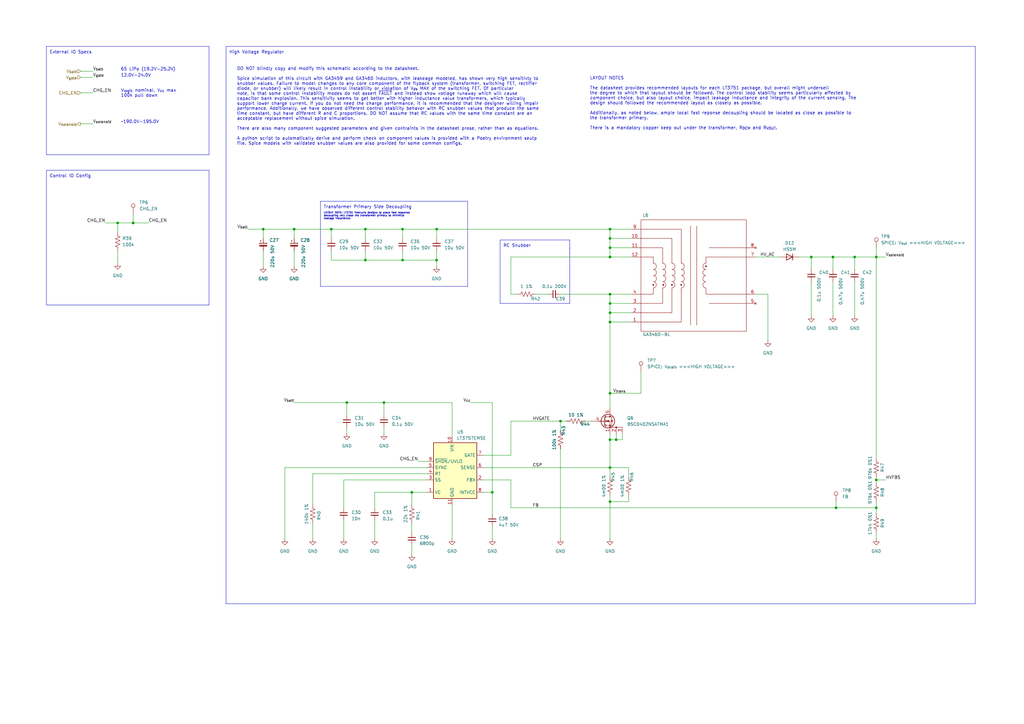
<source format=kicad_sch>
(kicad_sch (version 20230121) (generator eeschema)
  (paper "A3")
  (title_block (title "Kicker Board") (date "2023-02-03") (rev "v1.0.0") (company "A-Team") (comment 1 "Author: W. Stuckey"))
  (lib_symbols
    (symbol "AT-Inductors:GA3460-BL"
      (property "Reference" "L" (at 0 -25.4 0))
      (property "Value" "GA3460-BL" (at 0 25.4 0))
      (symbol "GA3460-BL_0_1"
        (rectangle (start -21.59 22.86) (end 21.59 -22.86) (stroke (width 0.1524)))
        (arc (start -16.51 -5.08) (mid -15.2558 -3.81) (end -16.51 -2.54) (stroke (width 0.1524)))
        (circle (center -16.51 3.81) (radius 0.254) (stroke (width 0.1524)) (fill (type outline)))
        (arc (start -16.4198 -2.54) (mid -15.2368 -1.27) (end -16.4198 0) (stroke (width 0.1524)))
        (arc (start -16.3296 2.54) (mid -15.2979 3.8897) (end -16.51 5.08) (stroke (width 0.1524)))
        (arc (start -16.2619 0.0112) (mid -15.2302 1.3609) (end -16.4423 2.5512) (stroke (width 0.1524)))
        (arc (start -12.6841 -5.08) (mid -11.4299 -3.81) (end -12.6841 -2.54) (stroke (width 0.1524)))
        (arc (start -12.5939 -2.54) (mid -11.4109 -1.27) (end -12.5939 0) (stroke (width 0.1524)))
        (arc (start -12.5196 2.54) (mid -11.4184 3.8946) (end -12.7 5.08) (stroke (width 0.1524)))
        (arc (start -12.4519 0.0112) (mid -11.4202 1.3609) (end -12.6323 2.5512) (stroke (width 0.1524)))
        (circle (center -12.446 3.81) (radius 0.254) (stroke (width 0.1524)) (fill (type outline)))
        (circle (center -8.89 3.81) (radius 0.254) (stroke (width 0.1524)) (fill (type outline)))
        (arc (start -8.8741 -5.08) (mid -7.6199 -3.81) (end -8.8741 -2.54) (stroke (width 0.1524)))
        (arc (start -8.7839 -2.54) (mid -7.6009 -1.27) (end -8.7839 0) (stroke (width 0.1524)))
        (arc (start -8.7096 2.54) (mid -7.6743 3.89) (end -8.89 5.08) (stroke (width 0.1524)))
        (arc (start -8.6419 0.0112) (mid -7.6102 1.3609) (end -8.8223 2.5512) (stroke (width 0.1524)))
        (circle (center -5.08 3.81) (radius 0.254) (stroke (width 0.1524)) (fill (type outline)))
        (arc (start -5.0641 -5.08) (mid -3.8099 -3.81) (end -5.0641 -2.54) (stroke (width 0.1524)))
        (arc (start -4.9898 2.54) (mid -3.8068 3.81) (end -4.9898 5.08) (stroke (width 0.1524)))
        (arc (start -4.9739 -2.54) (mid -3.7909 -1.27) (end -4.9739 0) (stroke (width 0.1524)))
        (arc (start -4.8319 0.0112) (mid -3.8002 1.3609) (end -5.0123 2.5512) (stroke (width 0.1524)))
        (polyline (pts (xy -19.05 -19.05) (xy -22.86 -19.05)) (stroke (width 0.1524)))
        (polyline (pts (xy -19.05 -11.43) (xy -22.86 -11.43)) (stroke (width 0.1524)))
        (polyline (pts (xy -19.05 -7.62) (xy -22.86 -7.62)) (stroke (width 0.1524)))
        (polyline (pts (xy -19.05 7.62) (xy -22.86 7.62)) (stroke (width 0.1524)))
        (polyline (pts (xy -19.05 15.24) (xy -22.86 15.24)) (stroke (width 0.1524)))
        (polyline (pts (xy -1.27 -6.35) (xy -1.27 -20.32)) (stroke (width 0.1524)))
        (polyline (pts (xy -1.27 6.35) (xy -1.27 -6.35)) (stroke (width 0.1524)))
        (polyline (pts (xy -1.27 6.35) (xy -1.27 20.32)) (stroke (width 0.1524)))
        (polyline (pts (xy 1.27 -6.35) (xy 1.27 -20.32)) (stroke (width 0.1524)))
        (polyline (pts (xy 1.27 6.35) (xy 1.27 -6.35)) (stroke (width 0.1524)))
        (polyline (pts (xy 1.27 6.35) (xy 1.27 20.32)) (stroke (width 0.1524)))
        (polyline (pts (xy 7.62 -7.62) (xy 11.43 -7.62)) (stroke (width 0.1524)))
        (polyline (pts (xy 7.62 7.62) (xy 11.43 7.62)) (stroke (width 0.1524)))
        (polyline (pts (xy 11.43 -11.43) (xy 6.35 -11.43)) (stroke (width 0.1524)))
        (polyline (pts (xy 11.43 -11.43) (xy 22.86 -11.43)) (stroke (width 0.1524)))
        (polyline (pts (xy 11.43 -7.62) (xy 22.86 -7.62)) (stroke (width 0.1524)))
        (polyline (pts (xy 11.43 7.62) (xy 22.86 7.62)) (stroke (width 0.1524)))
        (polyline (pts (xy 11.43 11.43) (xy 6.35 11.43)) (stroke (width 0.1524)))
        (polyline (pts (xy 11.43 11.43) (xy 22.86 11.43)) (stroke (width 0.1524)))
        (polyline (pts (xy -19.05 -15.24) (xy -22.86 -15.24) (xy -21.59 -15.24)) (stroke (width 0.1524)))
        (polyline (pts (xy -19.05 11.43) (xy -22.86 11.43) (xy -21.59 11.43)) (stroke (width 0.1524)))
        (polyline (pts (xy -19.05 19.05) (xy -22.86 19.05) (xy -21.59 19.05)) (stroke (width 0.1524)))
        (polyline (pts (xy -16.51 -5.08) (xy -16.51 -7.62) (xy -19.05 -7.62)) (stroke (width 0.1524)))
        (polyline (pts (xy -16.51 5.08) (xy -16.51 7.62) (xy -19.05 7.62)) (stroke (width 0.1524)))
        (polyline (pts (xy -12.7 -5.08) (xy -12.7 -11.43) (xy -19.05 -11.43)) (stroke (width 0.1524)))
        (polyline (pts (xy -12.7 5.08) (xy -12.7 11.43) (xy -19.05 11.43)) (stroke (width 0.1524)))
        (polyline (pts (xy -8.89 -5.08) (xy -8.89 -15.24) (xy -19.05 -15.24)) (stroke (width 0.1524)))
        (polyline (pts (xy -8.89 5.08) (xy -8.89 15.24) (xy -19.05 15.24)) (stroke (width 0.1524)))
        (polyline (pts (xy -5.08 -5.08) (xy -5.08 -19.05) (xy -19.05 -19.05)) (stroke (width 0.1524)))
        (polyline (pts (xy -5.08 5.08) (xy -5.08 19.05) (xy -19.05 19.05)) (stroke (width 0.1524)))
        (polyline (pts (xy 5.08 -5.08) (xy 5.08 -7.62) (xy 7.62 -7.62)) (stroke (width 0.1524)))
        (polyline (pts (xy 5.08 5.08) (xy 5.08 7.62) (xy 7.62 7.62)) (stroke (width 0.1524)))
        (arc (start 4.9739 0) (mid 3.7909 -1.27) (end 4.9739 -2.54) (stroke (width 0.1524)))
        (arc (start 4.9898 5.08) (mid 3.8068 3.81) (end 4.9898 2.54) (stroke (width 0.1524)))
        (arc (start 5.0123 2.5512) (mid 3.8002 1.3609) (end 4.8319 0.0112) (stroke (width 0.1524)))
        (arc (start 5.0641 -2.54) (mid 3.8099 -3.81) (end 5.0641 -5.08) (stroke (width 0.1524)))
        (circle (center 5.08 -3.81) (radius 0.254) (stroke (width 0.1524)) (fill (type outline)))
      )
      (symbol "GA3460-BL_1_1"
        (pin passive line (at -25.4 19.05 0) (length 2.54) (name "") (number "1"))
        (pin passive line (at -25.4 -15.24 0) (length 2.54) (name "") (number "10"))
        (pin passive line (at -25.4 -11.43 0) (length 2.54) (name "") (number "11"))
        (pin passive line (at -25.4 -7.62 0) (length 2.54) (name "") (number "12"))
        (pin passive line (at -25.4 15.24 0) (length 2.54) (name "") (number "2"))
        (pin passive line (at -25.4 11.43 0) (length 2.54) (name "") (number "3"))
        (pin passive line (at -25.4 7.62 0) (length 2.54) (name "") (number "4"))
        (pin no_connect line (at 25.4 11.43 180) (length 2.54) (name "") (number "5"))
        (pin passive line (at 25.4 7.62 180) (length 2.54) (name "") (number "6"))
        (pin passive line (at 25.4 -7.62 180) (length 2.54) (name "") (number "7"))
        (pin no_connect line (at 25.4 -11.43 180) (length 2.54) (name "") (number "8"))
        (pin passive line (at -25.4 -19.05 0) (length 2.54) (name "") (number "9"))
      )
    )
    (symbol "AT-Transistors:Q_NMOS_SGD_PowerPAK" (pin_names (offset 0) hide)
      (property "Reference" "Q" (at 5.08 1.27 0))
      (property "Value" "Q_NMOS_SGD_PowerPAK" (at 5.08 -1.27 0))
      (symbol "Q_NMOS_SGD_PowerPAK_0_1"
        (polyline (pts (xy 0.254 0) (xy -2.54 0)))
        (polyline (pts (xy 0.254 1.905) (xy 0.254 -1.905)) (stroke (width 0.254)))
        (polyline (pts (xy 0.762 -1.27) (xy 0.762 -2.286)) (stroke (width 0.254)))
        (polyline (pts (xy 0.762 0.508) (xy 0.762 -0.508)) (stroke (width 0.254)))
        (polyline (pts (xy 0.762 2.286) (xy 0.762 1.27)) (stroke (width 0.254)))
        (polyline (pts (xy 2.54 2.54) (xy 2.54 1.778)))
        (polyline (pts (xy 7.62 -2.54) (xy 5.08 -2.54)) (stroke (width 0.1524)))
        (polyline (pts (xy 2.54 -2.54) (xy 2.54 0) (xy 0.762 0)))
        (polyline (pts (xy 5.08 -2.54) (xy 2.54 -2.54) (xy 3.81 -2.54)) (stroke (width 0.1524)))
        (polyline (pts (xy 0.762 -1.778) (xy 3.302 -1.778) (xy 3.302 1.778) (xy 0.762 1.778)))
        (polyline (pts (xy 1.016 0) (xy 2.032 0.381) (xy 2.032 -0.381) (xy 1.016 0)) (fill (type outline)))
        (polyline (pts (xy 2.794 0.508) (xy 2.921 0.381) (xy 3.683 0.381) (xy 3.81 0.254)))
        (polyline (pts (xy 3.302 0.381) (xy 2.921 -0.254) (xy 3.683 -0.254) (xy 3.302 0.381)))
        (circle (center 1.651 0) (radius 2.794) (stroke (width 0.254)))
        (circle (center 2.54 -2.54) (radius 0.254) (fill (type outline)))
        (circle (center 2.54 -1.778) (radius 0.254) (fill (type outline)))
        (circle (center 2.54 1.778) (radius 0.254) (fill (type outline)))
        (circle (center 5.08 -2.54) (radius 0.254) (fill (type outline)))
      )
      (symbol "Q_NMOS_SGD_PowerPAK_1_1"
        (pin passive line (at 2.54 -5.08 90) (length 2.54) (name "S") (number "1"))
        (pin passive line (at 5.08 -5.08 90) (length 2.54) (name "S") (number "2"))
        (pin passive line (at 7.62 -5.08 90) (length 2.54) (name "S") (number "3"))
        (pin input line (at -5.08 0 0) (length 5.08) (name "G") (number "4"))
        (pin passive line (at 2.54 5.08 270) (length 2.54) (name "D") (number "5"))
      )
    )
    (symbol "Connector:TestPoint" (pin_numbers hide) (pin_names (offset 0.762) hide)
      (property "Reference" "TP" (at 0 6.858 0))
      (property "Value" "TestPoint" (at 0 5.08 0))
      (symbol "TestPoint_0_1"
        (circle (center 0 3.302) (radius 0.762))
      )
      (symbol "TestPoint_1_1"
        (pin passive line (at 0 0 90) (length 2.54) (name "1") (number "1"))
      )
    )
    (symbol "Device:C_Polarized_Small" (pin_numbers hide) (pin_names (offset 0.254) hide)
      (property "Reference" "C" (at 0.254 1.778 0))
      (property "Value" "C_Polarized_Small" (at 0.254 -2.032 0))
      (symbol "C_Polarized_Small_0_1"
        (rectangle (start -1.524 -0.3048) (end 1.524 -0.6858) (fill (type outline)))
        (rectangle (start -1.524 0.6858) (end 1.524 0.3048))
        (polyline (pts (xy -1.27 1.524) (xy -0.762 1.524)))
        (polyline (pts (xy -1.016 1.27) (xy -1.016 1.778)))
      )
      (symbol "C_Polarized_Small_1_1"
        (pin passive line (at 0 2.54 270) (length 1.8542) (name "~") (number "1"))
        (pin passive line (at 0 -2.54 90) (length 1.8542) (name "~") (number "2"))
      )
    )
    (symbol "Device:C_Small" (pin_numbers hide) (pin_names (offset 0.254) hide)
      (property "Reference" "C" (at 0.254 1.778 0))
      (property "Value" "C_Small" (at 0.254 -2.032 0))
      (symbol "C_Small_0_1"
        (polyline (pts (xy -1.524 -0.508) (xy 1.524 -0.508)) (stroke (width 0.3302)))
        (polyline (pts (xy -1.524 0.508) (xy 1.524 0.508)) (stroke (width 0.3048)))
      )
      (symbol "C_Small_1_1"
        (pin passive line (at 0 2.54 270) (length 2.032) (name "~") (number "1"))
        (pin passive line (at 0 -2.54 90) (length 2.032) (name "~") (number "2"))
      )
    )
    (symbol "Device:D" (pin_numbers hide) (pin_names (offset 1.016) hide)
      (property "Reference" "D" (at 0 2.54 0))
      (property "Value" "D" (at 0 -2.54 0))
      (symbol "D_0_1"
        (polyline (pts (xy -1.27 1.27) (xy -1.27 -1.27)) (stroke (width 0.254)))
        (polyline (pts (xy 1.27 0) (xy -1.27 0)))
        (polyline (pts (xy 1.27 1.27) (xy 1.27 -1.27) (xy -1.27 0) (xy 1.27 1.27)) (stroke (width 0.254)))
      )
      (symbol "D_1_1"
        (pin passive line (at -3.81 0 0) (length 2.54) (name "K") (number "1"))
        (pin passive line (at 3.81 0 180) (length 2.54) (name "A") (number "2"))
      )
    )
    (symbol "Device:R_US" (pin_numbers hide) (pin_names (offset 0))
      (property "Reference" "R" (at 2.54 0 90))
      (property "Value" "R_US" (at -2.54 0 90))
      (symbol "R_US_0_1"
        (polyline (pts (xy 0 -2.286) (xy 0 -2.54)))
        (polyline (pts (xy 0 2.286) (xy 0 2.54)))
        (polyline (pts (xy 0 -0.762) (xy 1.016 -1.143) (xy 0 -1.524) (xy -1.016 -1.905) (xy 0 -2.286)))
        (polyline (pts (xy 0 0.762) (xy 1.016 0.381) (xy 0 0) (xy -1.016 -0.381) (xy 0 -0.762)))
        (polyline (pts (xy 0 2.286) (xy 1.016 1.905) (xy 0 1.524) (xy -1.016 1.143) (xy 0 0.762)))
      )
      (symbol "R_US_1_1"
        (pin passive line (at 0 3.81 270) (length 1.27) (name "~") (number "1"))
        (pin passive line (at 0 -3.81 90) (length 1.27) (name "~") (number "2"))
      )
    )
    (symbol "Regulator_Switching:LT3757EMSE"
      (property "Reference" "U" (at -6.35 11.43 0))
      (property "Value" "LT3757EMSE" (at 1.27 11.43 0))
      (symbol "LT3757EMSE_0_1"
        (rectangle (start -7.62 10.16) (end 10.16 -12.7) (stroke (width 0.254)) (fill (type background)))
      )
      (symbol "LT3757EMSE_1_1"
        (pin input line (at -10.16 -10.16 0) (length 2.54) (name "VC") (number "1"))
        (pin power_in line (at 0 12.7 270) (length 2.54) (name "VIN") (number "10"))
        (pin power_in line (at 0 -15.24 90) (length 2.54) (name "GND") (number "11"))
        (pin input line (at 12.7 -5.08 180) (length 2.54) (name "FBX") (number "2"))
        (pin input line (at -10.16 -5.08 0) (length 2.54) (name "SS") (number "3"))
        (pin input line (at -10.16 -2.54 0) (length 2.54) (name "RT") (number "4"))
        (pin input line (at -10.16 0 0) (length 2.54) (name "SYNC") (number "5"))
        (pin input line (at 12.7 0 180) (length 2.54) (name "SENSE") (number "6"))
        (pin output line (at 12.7 5.08 180) (length 2.54) (name "GATE") (number "7"))
        (pin output line (at 12.7 -10.16 180) (length 2.54) (name "INTVCC") (number "8"))
        (pin input line (at -10.16 2.54 0) (length 2.54) (name "~{SHDN}/UVLO") (number "9"))
      )
    )
    (symbol "power:GND" (power) (pin_names (offset 0))
      (property "Value" "GND" (at 0 -3.81 0))
      (symbol "GND_0_1"
        (polyline (pts (xy 0 0) (xy 0 -1.27) (xy 1.27 -1.27) (xy 0 -2.54) (xy -1.27 -1.27) (xy 0 -1.27)))
      )
      (symbol "GND_1_1"
        (pin power_in line (at 0 0 270) (length 0) hide (name "GND") (number "1"))
      )
    )
  )
  (junction (at 54.61 91.44))
  (junction (at 250.19 191.77))
  (junction (at 252.73 180.34))
  (junction (at 341.63 105.41))
  (junction (at 201.93 201.93))
  (junction (at 342.9 208.28))
  (junction (at 229.87 172.72))
  (junction (at 359.41 105.41))
  (junction (at 250.19 105.41))
  (junction (at 250.19 101.6))
  (junction (at 250.19 205.74))
  (junction (at 179.07 106.68))
  (junction (at 179.07 93.98))
  (junction (at 149.86 106.68))
  (junction (at 250.19 124.46))
  (junction (at 48.26 91.44))
  (junction (at 107.95 93.98))
  (junction (at 250.19 120.65))
  (junction (at 250.19 161.29))
  (junction (at 359.41 196.85))
  (junction (at 120.65 93.98))
  (junction (at 359.41 208.28))
  (junction (at 142.24 165.1))
  (junction (at 250.19 180.34))
  (junction (at 350.52 105.41))
  (junction (at 332.74 105.41))
  (junction (at 168.91 201.93))
  (junction (at 250.19 97.79))
  (junction (at 157.48 165.1))
  (junction (at 250.19 132.08))
  (junction (at 165.1 93.98))
  (junction (at 135.89 93.98))
  (junction (at 250.19 93.98))
  (junction (at 165.1 106.68))
  (junction (at 149.86 93.98))
  (junction (at 250.19 128.27))
  (wire (pts (xy 209.55 172.72) (xy 229.87 172.72)))
  (wire (pts (xy 250.19 120.65) (xy 250.19 124.46)))
  (polyline (pts (xy 233.68 124.46) (xy 205.105 124.46)))
  (wire (pts (xy 250.19 93.98) (xy 259.08 93.98)))
  (wire (pts (xy 250.19 105.41) (xy 250.19 101.6)))
  (wire (pts (xy 140.97 196.85) (xy 140.97 208.28)))
  (wire (pts (xy 332.74 105.41) (xy 341.63 105.41)))
  (wire (pts (xy 175.26 201.93) (xy 168.91 201.93)))
  (wire (pts (xy 250.19 180.34) (xy 252.73 180.34)))
  (polyline (pts (xy 131.445 117.475) (xy 131.445 82.55)))
  (wire (pts (xy 255.27 180.34) (xy 252.73 180.34)))
  (wire (pts (xy 209.55 120.65) (xy 209.55 105.41)))
  (wire (pts (xy 262.89 152.4) (xy 262.89 161.29)))
  (wire (pts (xy 175.26 196.85) (xy 140.97 196.85)))
  (wire (pts (xy 359.41 208.28) (xy 359.41 210.82)))
  (wire (pts (xy 165.1 102.87) (xy 165.1 106.68)))
  (wire (pts (xy 332.74 115.57) (xy 332.74 129.54)))
  (polyline (pts (xy 205.105 98.425) (xy 233.68 98.425)))
  (wire (pts (xy 327.66 105.41) (xy 332.74 105.41)))
  (polyline (pts (xy 191.77 82.55) (xy 191.77 117.475)))
  (wire (pts (xy 168.91 201.93) (xy 168.91 207.01)))
  (wire (pts (xy 107.95 93.98) (xy 120.65 93.98)))
  (wire (pts (xy 250.19 101.6) (xy 250.19 97.79)))
  (wire (pts (xy 250.19 180.34) (xy 250.19 191.77)))
  (wire (pts (xy 341.63 105.41) (xy 341.63 110.49)))
  (wire (pts (xy 157.48 170.18) (xy 157.48 165.1)))
  (wire (pts (xy 33.02 29.21) (xy 38.1 29.21)))
  (wire (pts (xy 48.26 91.44) (xy 48.26 95.25)))
  (wire (pts (xy 229.87 184.15) (xy 229.87 220.98)))
  (wire (pts (xy 229.87 172.72) (xy 229.87 176.53)))
  (wire (pts (xy 259.08 105.41) (xy 250.19 105.41)))
  (polyline (pts (xy 92.71 19.05) (xy 400.05 19.05)))
  (wire (pts (xy 359.41 105.41) (xy 359.41 187.96)))
  (wire (pts (xy 165.1 93.98) (xy 165.1 97.79)))
  (wire (pts (xy 250.19 203.2) (xy 250.19 205.74)))
  (wire (pts (xy 101.6 93.98) (xy 107.95 93.98)))
  (wire (pts (xy 240.03 172.72) (xy 242.57 172.72)))
  (wire (pts (xy 48.26 102.87) (xy 48.26 107.95)))
  (wire (pts (xy 209.55 186.69) (xy 209.55 172.72)))
  (wire (pts (xy 257.81 205.74) (xy 250.19 205.74)))
  (wire (pts (xy 165.1 93.98) (xy 179.07 93.98)))
  (wire (pts (xy 140.97 213.36) (xy 140.97 220.98)))
  (polyline (pts (xy 19.05 19.05) (xy 85.725 19.05)))
  (wire (pts (xy 309.88 105.41) (xy 320.04 105.41)))
  (wire (pts (xy 250.19 97.79) (xy 250.19 93.98)))
  (wire (pts (xy 149.86 102.87) (xy 149.86 106.68)))
  (polyline (pts (xy 205.105 124.46) (xy 205.105 98.425)))
  (wire (pts (xy 350.52 105.41) (xy 350.52 110.49)))
  (wire (pts (xy 43.18 91.44) (xy 48.26 91.44)))
  (wire (pts (xy 179.07 93.98) (xy 179.07 97.79)))
  (wire (pts (xy 165.1 106.68) (xy 179.07 106.68)))
  (polyline (pts (xy 400.05 247.65) (xy 92.71 247.65)))
  (wire (pts (xy 342.9 205.74) (xy 342.9 208.28)))
  (polyline (pts (xy 233.68 101.6) (xy 233.68 124.46)))
  (wire (pts (xy 185.42 207.01) (xy 185.42 220.98)))
  (wire (pts (xy 359.41 218.44) (xy 359.41 220.98)))
  (wire (pts (xy 33.02 50.8) (xy 38.1 50.8)))
  (wire (pts (xy 359.41 196.85) (xy 363.22 196.85)))
  (wire (pts (xy 359.41 195.58) (xy 359.41 196.85)))
  (wire (pts (xy 54.61 87.63) (xy 54.61 91.44)))
  (wire (pts (xy 250.19 191.77) (xy 257.81 191.77)))
  (wire (pts (xy 250.19 128.27) (xy 259.08 128.27)))
  (wire (pts (xy 209.55 208.28) (xy 342.9 208.28)))
  (polyline (pts (xy 19.05 19.05) (xy 19.05 63.5)))
  (wire (pts (xy 107.95 102.87) (xy 107.95 109.22)))
  (wire (pts (xy 209.55 105.41) (xy 250.19 105.41)))
  (wire (pts (xy 175.26 194.31) (xy 128.27 194.31)))
  (wire (pts (xy 201.93 165.1) (xy 201.93 201.93)))
  (wire (pts (xy 252.73 177.8) (xy 252.73 180.34)))
  (wire (pts (xy 153.67 213.36) (xy 153.67 220.98)))
  (wire (pts (xy 250.19 177.8) (xy 250.19 180.34)))
  (polyline (pts (xy 233.68 98.425) (xy 233.68 102.235)))
  (wire (pts (xy 250.19 101.6) (xy 259.08 101.6)))
  (wire (pts (xy 342.9 208.28) (xy 359.41 208.28)))
  (wire (pts (xy 153.67 201.93) (xy 168.91 201.93)))
  (wire (pts (xy 250.19 132.08) (xy 250.19 161.29)))
  (wire (pts (xy 33.02 38.1) (xy 38.1 38.1)))
  (wire (pts (xy 128.27 194.31) (xy 128.27 207.01)))
  (wire (pts (xy 250.19 124.46) (xy 259.08 124.46)))
  (wire (pts (xy 229.87 172.72) (xy 232.41 172.72)))
  (wire (pts (xy 120.65 102.87) (xy 120.65 109.22)))
  (wire (pts (xy 250.19 128.27) (xy 250.19 132.08)))
  (wire (pts (xy 135.89 106.68) (xy 149.86 106.68)))
  (wire (pts (xy 198.12 191.77) (xy 250.19 191.77)))
  (polyline (pts (xy 85.725 69.85) (xy 85.725 125.095)))
  (wire (pts (xy 359.41 196.85) (xy 359.41 198.12)))
  (wire (pts (xy 48.26 91.44) (xy 54.61 91.44)))
  (wire (pts (xy 209.55 196.85) (xy 198.12 196.85)))
  (wire (pts (xy 179.07 102.87) (xy 179.07 106.68)))
  (wire (pts (xy 314.96 120.65) (xy 314.96 139.7)))
  (wire (pts (xy 179.07 106.68) (xy 179.07 109.22)))
  (wire (pts (xy 175.26 191.77) (xy 116.84 191.77)))
  (wire (pts (xy 255.27 177.8) (xy 255.27 180.34)))
  (wire (pts (xy 257.81 195.58) (xy 257.81 191.77)))
  (wire (pts (xy 135.89 93.98) (xy 135.89 97.79)))
  (wire (pts (xy 250.19 205.74) (xy 250.19 220.98)))
  (polyline (pts (xy 400.05 19.05) (xy 400.05 247.65)))
  (wire (pts (xy 341.63 115.57) (xy 341.63 129.54)))
  (wire (pts (xy 350.52 105.41) (xy 359.41 105.41)))
  (wire (pts (xy 209.55 208.28) (xy 209.55 196.85)))
  (polyline (pts (xy 85.725 69.85) (xy 19.05 69.85)))
  (wire (pts (xy 149.86 106.68) (xy 165.1 106.68)))
  (wire (pts (xy 229.87 120.65) (xy 250.19 120.65)))
  (wire (pts (xy 142.24 175.26) (xy 142.24 177.8)))
  (polyline (pts (xy 19.05 125.095) (xy 85.725 125.095)))
  (wire (pts (xy 250.19 191.77) (xy 250.19 195.58)))
  (wire (pts (xy 185.42 165.1) (xy 185.42 179.07)))
  (wire (pts (xy 193.04 165.1) (xy 201.93 165.1)))
  (wire (pts (xy 359.41 101.6) (xy 359.41 105.41)))
  (wire (pts (xy 135.89 93.98) (xy 149.86 93.98)))
  (wire (pts (xy 168.91 214.63) (xy 168.91 218.44)))
  (wire (pts (xy 250.19 120.65) (xy 259.08 120.65)))
  (wire (pts (xy 250.19 132.08) (xy 259.08 132.08)))
  (wire (pts (xy 142.24 165.1) (xy 142.24 170.18)))
  (wire (pts (xy 142.24 165.1) (xy 157.48 165.1)))
  (wire (pts (xy 168.91 223.52) (xy 168.91 227.33)))
  (wire (pts (xy 250.19 161.29) (xy 250.19 167.64)))
  (wire (pts (xy 157.48 165.1) (xy 185.42 165.1)))
  (wire (pts (xy 171.45 189.23) (xy 175.26 189.23)))
  (polyline (pts (xy 85.725 63.5) (xy 19.05 63.5)))
  (wire (pts (xy 198.12 201.93) (xy 201.93 201.93)))
  (wire (pts (xy 212.09 120.65) (xy 209.55 120.65)))
  (wire (pts (xy 201.93 215.9) (xy 201.93 220.98)))
  (wire (pts (xy 250.19 97.79) (xy 259.08 97.79)))
  (polyline (pts (xy 131.445 82.55) (xy 191.77 82.55)))
  (wire (pts (xy 262.89 161.29) (xy 250.19 161.29)))
  (wire (pts (xy 120.65 97.79) (xy 120.65 93.98)))
  (wire (pts (xy 179.07 93.98) (xy 250.19 93.98)))
  (wire (pts (xy 120.65 93.98) (xy 135.89 93.98)))
  (polyline (pts (xy 85.725 19.05) (xy 85.725 63.5)))
  (wire (pts (xy 149.86 93.98) (xy 165.1 93.98)))
  (wire (pts (xy 116.84 191.77) (xy 116.84 220.98)))
  (wire (pts (xy 219.71 120.65) (xy 224.79 120.65)))
  (wire (pts (xy 359.41 205.74) (xy 359.41 208.28)))
  (wire (pts (xy 107.95 97.79) (xy 107.95 93.98)))
  (wire (pts (xy 157.48 175.26) (xy 157.48 177.8)))
  (polyline (pts (xy 19.05 69.85) (xy 19.05 125.095)))
  (wire (pts (xy 257.81 203.2) (xy 257.81 205.74)))
  (wire (pts (xy 341.63 105.41) (xy 350.52 105.41)))
  (wire (pts (xy 153.67 208.28) (xy 153.67 201.93)))
  (wire (pts (xy 33.02 31.75) (xy 38.1 31.75)))
  (wire (pts (xy 128.27 214.63) (xy 128.27 220.98)))
  (wire (pts (xy 135.89 102.87) (xy 135.89 106.68)))
  (wire (pts (xy 350.52 115.57) (xy 350.52 129.54)))
  (wire (pts (xy 54.61 91.44) (xy 60.96 91.44)))
  (wire (pts (xy 149.86 93.98) (xy 149.86 97.79)))
  (wire (pts (xy 201.93 201.93) (xy 201.93 210.82)))
  (wire (pts (xy 120.65 165.1) (xy 142.24 165.1)))
  (wire (pts (xy 198.12 186.69) (xy 209.55 186.69)))
  (wire (pts (xy 250.19 124.46) (xy 250.19 128.27)))
  (wire (pts (xy 359.41 105.41) (xy 363.22 105.41)))
  (wire (pts (xy 309.88 120.65) (xy 314.96 120.65)))
  (wire (pts (xy 332.74 105.41) (xy 332.74 110.49)))
  (polyline (pts (xy 191.77 117.475) (xy 131.445 117.475)))
  (polyline (pts (xy 92.71 19.05) (xy 92.71 247.65)))
  (text "DO NOT blindly copy and modify this schematic according to the datasheet.\n\nSpice simulation of this circuit with GA3459 and GA3460 inductors, with leakeage modeled, has shown very high sensitivty to\nsnubber values. Failure to model changes to any core component of the flyback system (transformer, switching FET, rectifier\ndiode, or snubber) will likely result in control instability or violation of V_{ds} MAX of the switching FET. Of particular\nnote, is that some control instability modes do not assert ~{FAULT} and instead show votlage runaway which will cause\ncapacitor bank explosion. This sensitivity seems to get better with higher inductance value transformers, which typically\nsupport lower charge current. If you do not need the charge performance, it is recommended that the designer willing impair\nperformance. Additionally, we have observed different control stability behavor with RC snubber values that produce the same\ntime constant, but have different R and C proportions. DO NOT assume that RC values with the same time constant are an \nacceptable replacement without spice simulation.\n\nThere are also many component suggested parameters and given contraints in the datasheet prose, rather than as equations.\n\nA python script to automatically derive and perform check on component values is provided with a Poetry environment seutp\nfile. Spice models with validated snubber values are also provided for some common configs." (at 97.155 59.69 0) (effects (font (size 1.27 1.27)) (justify left bottom)))
  (text "High Voltage Regulator" (at 93.98 22.225 0) (effects (font (size 1.27 1.27)) (justify left bottom)))
  (text "LAYOUT NOTE: LT3751 instructs designs to place fast response \ndecoupling very close the transformer primary to minimize \nleakage inductance." (at 132.715 90.17 0) (effects (font (size 0.73 0.73)) (justify left bottom)))
  (text "Control IO Config" (at 20.32 73.025 0) (effects (font (size 1.27 1.27)) (justify left bottom)))
  (text "6S LiPo (19.2V-25.2V)" (at 49.53 29.21 0) (effects (font (size 1.27 1.27)) (justify left bottom)))
  (text "~190.0V-195.0V" (at 49.53 50.8 0) (effects (font (size 1.27 1.27)) (justify left bottom)))
  (text "12.0V-24.0V" (at 49.53 31.75 0) (effects (font (size 1.27 1.27)) (justify left bottom)))
  (text "External IO Specs" (at 20.32 22.225 0) (effects (font (size 1.27 1.27)) (justify left bottom)))
  (text "LAYOUT NOTES\n\nThe datasheet provides recommended layouts for each LT3751 package, but overall might undersell\nthe degree to which that layout should be followed. The control loop stability seems particularly affected by\ncomponent choice, but also layout choice, impact leakage inductance and integrity of the current sensing. The\ndesign should followed the recommended layout as closely as possible.\n\nAdditionally, as noted below, ample local fast reponse decoupling should be located as close as possible to\nthe transformer primary. \n\nThere is a mandatory copper keep out under the transformer, R_{DCM} and R_{VOUT}." (at 241.935 53.34 0) (effects (font (size 1.27 1.27)) (justify left bottom)))
  (text "V_{logic} nominal, V_{cc} max\n100k pull down" (at 49.53 40.005 0) (effects (font (size 1.27 1.27)) (justify left bottom)))
  (text "Transformer Primary Side Decoupling" (at 132.715 85.725 0) (effects (font (size 1.27 1.27)) (justify left bottom)))
  (text "RC Snubber" (at 206.375 101.6 0) (effects (font (size 1.27 1.27)) (justify left bottom)))
  (label "V_{batt}" (at 38.1 29.21 0))
  (label "V_{gate}" (at 38.1 31.75 0))
  (label "V_{trans}" (at 251.46 161.29 0))
  (label "V_{solenoid}" (at 38.1 50.8 0))
  (label "CHG_EN" (at 43.18 91.44 180))
  (label "V_{cc}" (at 193.04 165.1 180))
  (label "V_{solenoid}" (at 363.22 105.41 0))
  (label "CHG_EN" (at 60.96 91.44 0))
  (label "CSP" (at 218.44 191.77 0))
  (label "HVFBS" (at 363.22 196.85 0))
  (label "HV_AC" (at 311.785 105.41 0))
  (label "FB" (at 218.44 208.28 0))
  (label "V_{batt}" (at 120.65 165.1 180))
  (label "HVGATE" (at 218.44 172.72 0))
  (label "CHG_EN" (at 171.45 189.23 180))
  (label "V_{batt}" (at 101.6 93.98 180))
  (label "CHG_EN" (at 38.1 38.1 0))
  (hierarchical_label "CHG_EN" (shape input) (at 33.02 38.1 180))
  (hierarchical_label "V_{solenoid}" (shape output) (at 33.02 50.8 180))
  (hierarchical_label "V_{batt}" (shape input) (at 33.02 29.21 180))
  (hierarchical_label "V_{gate}" (shape input) (at 33.02 31.75 180))
  (symbol (lib_id "power:GND") (at 48.26 107.95 0) (unit 1)
    (property "Reference" "#PWR060" (effects hide))
    (property "Value" "GND" (at 48.26 113.03 0))
    (instances (project "kicker" (path "" (reference "#PWR060") (unit 1))) (project "kicker" (path "" (reference "#PWR043") (unit 1))))
  )
  (symbol (lib_id "Device:C_Small") (at 350.52 113.03 0) (unit 1)
    (property "Reference" "C42" (at 353.695 111.7662 0) (effects (justify left)))
    (property "Value" "0.47u 500V" (at 353.695 125.095 90) (effects (justify left)))
    (property "Footprint" "Capacitor_SMD:C_2225_5664Metric" (effects hide))
    (property "LCSC" "C146186" (effects hide))
    (instances (project "kicker" (path "" (reference "C42") (unit 1))) (project "kicker" (path "" (reference "C37") (unit 1))))
  )
  (symbol (lib_id "Connector:TestPoint") (at 54.61 87.63 0) (unit 1)
    (property "Reference" "TP6" (at 57.15 83.0579 0) (effects (justify left)))
    (property "Value" "CHG_EN" (at 57.15 85.5979 0) (effects (justify left)))
    (property "Footprint" "TestPoint:TestPoint_Pad_D1.5mm" (effects hide))
    (instances (project "kicker" (path "" (reference "TP6") (unit 1))) (project "kicker" (path "" (reference "TP1") (unit 1))))
  )
  (symbol (lib_id "power:GND") (at 350.52 129.54 0) (unit 1)
    (property "Reference" "#PWR078" (effects hide))
    (property "Value" "GND" (at 350.52 134.62 0))
    (instances (project "kicker" (path "" (reference "#PWR078") (unit 1))) (project "kicker" (path "" (reference "#PWR095") (unit 1))))
  )
  (symbol (lib_id "Device:C_Small") (at 165.1 100.33 0) (unit 1)
    (property "Reference" "C35" (at 168.275 99.0662 0) (effects (justify left)))
    (property "Value" "10u 50V" (at 168.275 101.6062 0) (effects (justify left)))
    (property "Footprint" "Capacitor_SMD:C_1210_3225Metric" (effects hide))
    (property "LCSC" "C77102" (effects hide))
    (instances (project "kicker" (path "" (reference "C35") (unit 1))) (project "kicker" (path "" (reference "C22") (unit 1))))
  )
  (symbol (lib_id "Device:C_Small") (at 332.74 113.03 0) (unit 1)
    (property "Reference" "C40" (at 335.915 111.7662 0) (effects (justify left)))
    (property "Value" "0.1u 500V" (at 335.915 123.825 90) (effects (justify left)))
    (property "Footprint" "Capacitor_SMD:C_1210_3225Metric" (effects hide))
    (property "LCSC" "C106104" (effects hide))
    (instances (project "kicker" (path "" (reference "C40") (unit 1))) (project "kicker" (path "" (reference "C35") (unit 1))))
  )
  (symbol (lib_id "power:GND") (at 314.96 139.7 0) (unit 1)
    (property "Reference" "#PWR075" (effects hide))
    (property "Value" "GND" (at 314.96 144.78 0))
    (instances (project "kicker" (path "" (reference "#PWR075") (unit 1))) (project "kicker" (path "" (reference "#PWR059") (unit 1))))
  )
  (symbol (lib_id "Device:R_US") (at 215.9 120.65 90) (unit 1)
    (property "Reference" "R42" (at 219.71 122.555 90))
    (property "Value" "1 1%" (at 215.9 117.475 90))
    (property "Footprint" "Resistor_SMD:R_0805_2012Metric" (effects hide))
    (property "LCSC" "C144579" (effects hide))
    (instances (project "kicker" (path "" (reference "R42") (unit 1))) (project "kicker" (path "" (reference "R19") (unit 1))))
  )
  (symbol (lib_id "AT-Transistors:Q_NMOS_SGD_PowerPAK") (at 247.65 172.72 0) (unit 1)
    (property "Reference" "Q6" (at 257.175 171.4499 0) (effects (justify left)))
    (property "Value" "BSC0402NSATMA1" (at 257.175 173.9899 0) (effects (justify left)))
    (property "Footprint" "Package_TO_SOT_SMD:TDSON-8-1" (effects hide))
    (instances (project "kicker" (path "" (reference "Q6") (unit 1))) (project "kicker" (path "" (reference "Q1") (unit 1))))
  )
  (symbol (lib_id "power:GND") (at 153.67 220.98 0) (unit 1)
    (property "Reference" "#PWR067" (effects hide))
    (property "Value" "GND" (at 153.67 226.06 0))
    (instances (project "kicker" (path "" (reference "#PWR067") (unit 1))) (project "kicker" (path "" (reference "#PWR051") (unit 1))))
  )
  (symbol (lib_id "Device:D") (at 323.85 105.41 180) (unit 1)
    (property "Reference" "D12" (at 323.85 99.695 0))
    (property "Value" "HS5M" (at 323.85 102.235 0))
    (property "Footprint" "Diode_SMD:D_SMC" (effects hide))
    (property "Sim.Device" "D" (effects hide))
    (property "Sim.Pins" "1=K 2=A" (effects hide))
    (property "LCSC" "C2903865" (effects hide))
    (instances (project "kicker" (path "" (reference "D12") (unit 1))) (project "kicker" (path "" (reference "D9") (unit 1))))
  )
  (symbol (lib_id "power:GND") (at 157.48 177.8 0) (unit 1)
    (property "Reference" "#PWR068" (effects hide))
    (property "Value" "GND" (at 157.48 182.88 0))
    (instances (project "kicker" (path "" (reference "#PWR068") (unit 1))) (project "kicker" (path "" (reference "#PWR052") (unit 1))))
  )
  (symbol (lib_id "Connector:TestPoint") (at 262.89 152.4 0) (unit 1)
    (property "Reference" "TP7" (at 265.43 147.8279 0) (effects (justify left)))
    (property "Value" "SPICE: V_{drain} <<<HIGH VOLTAGE>>>" (at 265.43 150.3679 0) (effects (justify left)))
    (property "Footprint" "TestPoint:TestPoint_Pad_D1.0mm" (effects hide))
    (instances (project "kicker" (path "" (reference "TP7") (unit 1))) (project "kicker" (path "" (reference "TP2") (unit 1))))
  )
  (symbol (lib_id "Device:C_Small") (at 157.48 172.72 0) (unit 1)
    (property "Reference" "C34" (at 160.655 171.45 0) (effects (justify left)))
    (property "Value" "0.1u 50V" (at 160.655 173.99 0) (effects (justify left)))
    (property "Footprint" "Capacitor_SMD:C_0603_1608Metric" (effects hide))
    (property "LCSC" "C14663" (effects hide))
    (instances (project "kicker" (path "" (reference "C34") (unit 1))) (project "kicker" (path "" (reference "C21") (unit 1))))
  )
  (symbol (lib_id "Device:R_US") (at 128.27 210.82 180) (unit 1)
    (property "Reference" "R40" (at 130.81 211.455 90))
    (property "Value" "140k 1%" (at 125.73 210.82 90))
    (property "Footprint" "Resistor_SMD:R_0603_1608Metric" (effects hide))
    (property "LCSC" "C203301" (effects hide))
    (instances (project "kicker" (path "" (reference "R40") (unit 1))) (project "kicker" (path "" (reference "R17") (unit 1))))
  )
  (symbol (lib_id "Connector:TestPoint") (at 342.9 205.74 0) (unit 1)
    (property "Reference" "TP8" (at 345.44 201.1679 0) (effects (justify left)))
    (property "Value" "FB" (at 345.44 203.7079 0) (effects (justify left)))
    (property "Footprint" "TestPoint:TestPoint_Pad_D1.5mm" (effects hide))
    (instances (project "kicker" (path "" (reference "TP8") (unit 1))) (project "kicker" (path "" (reference "TP3") (unit 1))))
  )
  (symbol (lib_id "AT-Inductors:GA3460-BL") (at 284.48 113.03 0) (mirror x) (unit 1)
    (property "Reference" "L6" (at 264.795 88.265 0))
    (property "Value" "GA3460-BL" (at 269.24 137.16 0))
    (property "Footprint" "AT-Inductors:GA34XX-BL" (effects hide))
    (property "Datasheet" "GA3460-BL" (effects hide))
    (instances (project "kicker" (path "" (reference "L6") (unit 1))) (project "kicker" (path "" (reference "L1") (unit 1))))
  )
  (symbol (lib_id "power:GND") (at 341.63 129.54 0) (unit 1)
    (property "Reference" "#PWR077" (effects hide))
    (property "Value" "GND" (at 341.63 134.62 0))
    (instances (project "kicker" (path "" (reference "#PWR077") (unit 1))) (project "kicker" (path "" (reference "#PWR094") (unit 1))))
  )
  (symbol (lib_id "power:GND") (at 229.87 220.98 0) (unit 1)
    (property "Reference" "#PWR073" (effects hide))
    (property "Value" "GND" (at 229.87 226.06 0))
    (instances (project "kicker" (path "" (reference "#PWR073") (unit 1))) (project "kicker" (path "" (reference "#PWR057") (unit 1))))
  )
  (symbol (lib_id "Device:C_Small") (at 142.24 172.72 0) (unit 1)
    (property "Reference" "C31" (at 145.415 171.4562 0) (effects (justify left)))
    (property "Value" "10u 50V" (at 145.415 173.9962 0) (effects (justify left)))
    (property "Footprint" "Capacitor_SMD:C_1210_3225Metric" (effects hide))
    (property "LCSC" "C77102" (effects hide))
    (instances (project "kicker" (path "" (reference "C31") (unit 1))) (project "kicker" (path "" (reference "C18") (unit 1))))
  )
  (symbol (lib_id "power:GND") (at 250.19 220.98 0) (unit 1)
    (property "Reference" "#PWR074" (effects hide))
    (property "Value" "GND" (at 250.19 226.06 0))
    (instances (project "kicker" (path "" (reference "#PWR074") (unit 1))) (project "kicker" (path "" (reference "#PWR058") (unit 1))))
  )
  (symbol (lib_id "Device:C_Polarized_Small") (at 107.95 100.33 0) (unit 1)
    (property "Reference" "C27" (at 110.49 98.5138 0) (effects (justify left)))
    (property "Value" "220u 50V" (at 111.76 109.855 90) (effects (justify left)))
    (property "Footprint" "Capacitor_THT:CP_Radial_D10.0mm_P5.00mm" (effects hide))
    (instances (project "kicker" (path "" (reference "C27") (unit 1))) (project "kicker" (path "" (reference "C13") (unit 1))))
  )
  (symbol (lib_id "Device:C_Small") (at 168.91 220.98 0) (unit 1)
    (property "Reference" "C36" (at 172.085 220.3513 0) (effects (justify left)))
    (property "Value" "6800p" (at 172.085 222.8913 0) (effects (justify left)))
    (property "Footprint" "Capacitor_SMD:C_0603_1608Metric" (effects hide))
    (property "LCSC" "C107097" (effects hide))
    (instances (project "kicker" (path "" (reference "C36") (unit 1))) (project "kicker" (path "" (reference "C23") (unit 1))))
  )
  (symbol (lib_id "Device:R_US") (at 168.91 210.82 180) (unit 1)
    (property "Reference" "R41" (at 171.45 211.455 90))
    (property "Value" "22k 1%" (at 166.37 210.82 90))
    (property "Footprint" "Resistor_SMD:R_0603_1608Metric" (effects hide))
    (property "LCSC" "C31850" (effects hide))
    (instances (project "kicker" (path "" (reference "R41") (unit 1))) (project "kicker" (path "" (reference "R18") (unit 1))))
  )
  (symbol (lib_id "power:GND") (at 201.93 220.98 0) (unit 1)
    (property "Reference" "#PWR072" (effects hide))
    (property "Value" "GND" (at 201.93 226.06 0))
    (instances (project "kicker" (path "" (reference "#PWR072") (unit 1))) (project "kicker" (path "" (reference "#PWR056") (unit 1))))
  )
  (symbol (lib_id "Device:C_Small") (at 179.07 100.33 0) (unit 1)
    (property "Reference" "C37" (at 182.245 99.0662 0) (effects (justify left)))
    (property "Value" "10u 50V" (at 182.245 101.6062 0) (effects (justify left)))
    (property "Footprint" "Capacitor_SMD:C_1210_3225Metric" (effects hide))
    (property "LCSC" "C77102" (effects hide))
    (instances (project "kicker" (path "" (reference "C37") (unit 1))) (project "kicker" (path "" (reference "C24") (unit 1))))
  )
  (symbol (lib_id "Device:R_US") (at 359.41 191.77 180) (unit 1)
    (property "Reference" "R47" (at 361.95 191.77 90))
    (property "Value" "976k 0%1" (at 356.87 191.77 90))
    (property "Footprint" "Resistor_SMD:R_0603_1608Metric" (effects hide))
    (property "LCSC" "C403409" (effects hide))
    (instances (project "kicker" (path "" (reference "R47") (unit 1))) (project "kicker" (path "" (reference "R24") (unit 1))))
  )
  (symbol (lib_id "power:GND") (at 140.97 220.98 0) (unit 1)
    (property "Reference" "#PWR065" (effects hide))
    (property "Value" "GND" (at 140.97 226.06 0))
    (instances (project "kicker" (path "" (reference "#PWR065") (unit 1))) (project "kicker" (path "" (reference "#PWR049") (unit 1))))
  )
  (symbol (lib_id "Device:C_Small") (at 227.33 120.65 90) (unit 1)
    (property "Reference" "C39" (at 229.87 122.555 90))
    (property "Value" "0.1u 200V" (at 227.33 117.475 90))
    (property "Footprint" "Capacitor_SMD:C_1206_3216Metric" (effects hide))
    (property "LCSC" "C2167701" (effects hide))
    (instances (project "kicker" (path "" (reference "C39") (unit 1))) (project "kicker" (path "" (reference "C26") (unit 1))))
  )
  (symbol (lib_id "Device:C_Small") (at 149.86 100.33 0) (unit 1)
    (property "Reference" "C32" (at 153.035 99.0662 0) (effects (justify left)))
    (property "Value" "10u 50V" (at 153.035 101.6062 0) (effects (justify left)))
    (property "Footprint" "Capacitor_SMD:C_1210_3225Metric" (effects hide))
    (property "LCSC" "C77102" (effects hide))
    (instances (project "kicker" (path "" (reference "C32") (unit 1))) (project "kicker" (path "" (reference "C19") (unit 1))))
  )
  (symbol (lib_id "power:GND") (at 142.24 177.8 0) (unit 1)
    (property "Reference" "#PWR066" (effects hide))
    (property "Value" "GND" (at 142.24 182.88 0))
    (instances (project "kicker" (path "" (reference "#PWR066") (unit 1))) (project "kicker" (path "" (reference "#PWR050") (unit 1))))
  )
  (symbol (lib_id "power:GND") (at 359.41 220.98 0) (unit 1)
    (property "Reference" "#PWR079" (effects hide))
    (property "Value" "GND" (at 359.41 226.06 0))
    (instances (project "kicker" (path "" (reference "#PWR079") (unit 1))) (project "kicker" (path "" (reference "#PWR096") (unit 1))))
  )
  (symbol (lib_id "Device:R_US") (at 359.41 214.63 180) (unit 1)
    (property "Reference" "R49" (at 361.95 214.63 90))
    (property "Value" "17k4 0%1" (at 356.87 214.63 90))
    (property "Footprint" "Resistor_SMD:R_0603_1608Metric" (effects hide))
    (property "LCSC" "C403027" (effects hide))
    (instances (project "kicker" (path "" (reference "R49") (unit 1))) (project "kicker" (path "" (reference "R26") (unit 1))))
  )
  (symbol (lib_id "Device:R_US") (at 236.22 172.72 90) (unit 1)
    (property "Reference" "R44" (at 240.03 173.99 90))
    (property "Value" "10 1%" (at 236.22 170.18 90))
    (property "Footprint" "Resistor_SMD:R_0603_1608Metric" (effects hide))
    (property "LCSC" "C109318" (effects hide))
    (instances (project "kicker" (path "" (reference "R44") (unit 1))) (project "kicker" (path "" (reference "R21") (unit 1))))
  )
  (symbol (lib_id "power:GND") (at 168.91 227.33 0) (unit 1)
    (property "Reference" "#PWR069" (effects hide))
    (property "Value" "GND" (at 168.91 232.41 0))
    (instances (project "kicker" (path "" (reference "#PWR069") (unit 1))) (project "kicker" (path "" (reference "#PWR053") (unit 1))))
  )
  (symbol (lib_id "Device:R_US") (at 257.81 199.39 180) (unit 1)
    (property "Reference" "R46" (at 259.08 195.58 90))
    (property "Value" "4m00 1%" (at 255.27 199.39 90))
    (property "Footprint" "Resistor_SMD:R_1206_3216Metric" (effects hide))
    (property "LCSC" "C2937389" (effects hide))
    (instances (project "kicker" (path "" (reference "R46") (unit 1))) (project "kicker" (path "" (reference "R23") (unit 1))))
  )
  (symbol (lib_id "Device:C_Polarized_Small") (at 120.65 100.33 0) (unit 1)
    (property "Reference" "C28" (at 123.19 98.5138 0) (effects (justify left)))
    (property "Value" "220u 50V" (at 124.46 109.855 90) (effects (justify left)))
    (property "Footprint" "Capacitor_THT:CP_Radial_D10.0mm_P5.00mm" (effects hide))
    (instances (project "kicker" (path "" (reference "C28") (unit 1))) (project "kicker" (path "" (reference "C14") (unit 1))))
  )
  (symbol (lib_id "power:GND") (at 116.84 220.98 0) (unit 1)
    (property "Reference" "#PWR062" (effects hide))
    (property "Value" "GND" (at 116.84 226.06 0))
    (instances (project "kicker" (path "" (reference "#PWR062") (unit 1))) (project "kicker" (path "" (reference "#PWR045") (unit 1))))
  )
  (symbol (lib_id "power:GND") (at 179.07 109.22 0) (unit 1)
    (property "Reference" "#PWR070" (effects hide))
    (property "Value" "GND" (at 179.07 114.3 0))
    (instances (project "kicker" (path "" (reference "#PWR070") (unit 1))) (project "kicker" (path "" (reference "#PWR054") (unit 1))))
  )
  (symbol (lib_id "power:GND") (at 332.74 129.54 0) (unit 1)
    (property "Reference" "#PWR076" (effects hide))
    (property "Value" "GND" (at 332.74 134.62 0))
    (instances (project "kicker" (path "" (reference "#PWR076") (unit 1))) (project "kicker" (path "" (reference "#PWR093") (unit 1))))
  )
  (symbol (lib_id "Regulator_Switching:LT3757EMSE") (at 185.42 191.77 0) (unit 1)
    (property "Reference" "U5" (at 187.3759 177.165 0) (effects (justify left)))
    (property "Value" "LT3757EMSE" (at 187.3759 179.705 0) (effects (justify left)))
    (property "Footprint" "Package_SO:MSOP-10-1EP_3x3mm_P0.5mm_EP1.68x1.88mm" (effects hide))
    (property "Datasheet" "https://www.analog.com/media/en/technical-documentation/data-sheets/3757Afe.pdf" (effects hide))
    (instances (project "kicker" (path "" (reference "U5") (unit 1))) (project "kicker" (path "" (reference "U4") (unit 1))))
  )
  (symbol (lib_id "power:GND") (at 107.95 109.22 0) (unit 1)
    (property "Reference" "#PWR061" (effects hide))
    (property "Value" "GND" (at 107.95 114.3 0))
    (instances (project "kicker" (path "" (reference "#PWR061") (unit 1))) (project "kicker" (path "" (reference "#PWR044") (unit 1))))
  )
  (symbol (lib_id "Device:R_US") (at 229.87 180.34 180) (unit 1)
    (property "Reference" "R43" (at 231.14 176.53 90))
    (property "Value" "100k 1%" (at 227.33 180.34 90))
    (property "Footprint" "Resistor_SMD:R_0603_1608Metric" (effects hide))
    (property "LCSC" "C25803" (effects hide))
    (instances (project "kicker" (path "" (reference "R43") (unit 1))) (project "kicker" (path "" (reference "R20") (unit 1))))
  )
  (symbol (lib_id "power:GND") (at 185.42 220.98 0) (unit 1)
    (property "Reference" "#PWR071" (effects hide))
    (property "Value" "GND" (at 185.42 226.06 0))
    (instances (project "kicker" (path "" (reference "#PWR071") (unit 1))) (project "kicker" (path "" (reference "#PWR055") (unit 1))))
  )
  (symbol (lib_id "Device:C_Small") (at 135.89 100.33 0) (unit 1)
    (property "Reference" "C29" (at 139.065 99.0662 0) (effects (justify left)))
    (property "Value" "10u 50V" (at 139.065 101.6062 0) (effects (justify left)))
    (property "Footprint" "Capacitor_SMD:C_1210_3225Metric" (effects hide))
    (property "LCSC" "C77102" (effects hide))
    (instances (project "kicker" (path "" (reference "C29") (unit 1))) (project "kicker" (path "" (reference "C16") (unit 1))))
  )
  (symbol (lib_id "Device:C_Small") (at 140.97 210.82 0) (unit 1)
    (property "Reference" "C30" (at 144.145 210.1913 0) (effects (justify left)))
    (property "Value" "10n" (at 144.145 212.7313 0) (effects (justify left)))
    (property "Footprint" "Capacitor_SMD:C_0603_1608Metric" (effects hide))
    (property "LCSC" "C100042" (effects hide))
    (instances (project "kicker" (path "" (reference "C30") (unit 1))) (project "kicker" (path "" (reference "C17") (unit 1))))
  )
  (symbol (lib_id "Device:C_Small") (at 341.63 113.03 0) (unit 1)
    (property "Reference" "C41" (at 344.805 111.7662 0) (effects (justify left)))
    (property "Value" "0.47u 500V" (at 344.805 125.095 90) (effects (justify left)))
    (property "Footprint" "Capacitor_SMD:C_2225_5664Metric" (effects hide))
    (property "LCSC" "C146186" (effects hide))
    (instances (project "kicker" (path "" (reference "C41") (unit 1))) (project "kicker" (path "" (reference "C36") (unit 1))))
  )
  (symbol (lib_id "Device:C_Small") (at 201.93 213.36 0) (unit 1)
    (property "Reference" "C38" (at 204.47 212.7313 0) (effects (justify left)))
    (property "Value" "4u7 50V" (at 204.47 215.2713 0) (effects (justify left)))
    (property "Footprint" "Capacitor_SMD:C_0805_2012Metric" (effects hide))
    (property "LCSC" "C69335" (effects hide))
    (instances (project "kicker" (path "" (reference "C38") (unit 1))) (project "kicker" (path "" (reference "C25") (unit 1))))
  )
  (symbol (lib_id "Device:R_US") (at 48.26 99.06 0) (unit 1)
    (property "Reference" "R39" (at 50.165 97.7899 0) (effects (justify left)))
    (property "Value" "100k" (at 50.165 100.3299 0) (effects (justify left)))
    (property "Footprint" "Resistor_SMD:R_0603_1608Metric" (effects hide))
    (property "LCSC" "C25803" (effects hide))
    (instances (project "kicker" (path "" (reference "R39") (unit 1))) (project "kicker" (path "" (reference "R16") (unit 1))))
  )
  (symbol (lib_id "power:GND") (at 128.27 220.98 0) (unit 1)
    (property "Reference" "#PWR064" (effects hide))
    (property "Value" "GND" (at 128.27 226.06 0))
    (instances (project "kicker" (path "" (reference "#PWR064") (unit 1))) (project "kicker" (path "" (reference "#PWR047") (unit 1))))
  )
  (symbol (lib_id "Device:C_Small") (at 153.67 210.82 0) (unit 1)
    (property "Reference" "C33" (at 156.845 210.1913 0) (effects (justify left)))
    (property "Value" "0.1u" (at 156.845 212.7313 0) (effects (justify left)))
    (property "Footprint" "Capacitor_SMD:C_0603_1608Metric" (effects hide))
    (property "LCSC" "C14663" (effects hide))
    (instances (project "kicker" (path "" (reference "C33") (unit 1))) (project "kicker" (path "" (reference "C20") (unit 1))))
  )
  (symbol (lib_id "power:GND") (at 120.65 109.22 0) (unit 1)
    (property "Reference" "#PWR063" (effects hide))
    (property "Value" "GND" (at 120.65 114.3 0))
    (instances (project "kicker" (path "" (reference "#PWR063") (unit 1))) (project "kicker" (path "" (reference "#PWR046") (unit 1))))
  )
  (symbol (lib_id "Connector:TestPoint") (at 359.41 101.6 0) (unit 1)
    (property "Reference" "TP9" (at 361.315 97.0279 0) (effects (justify left)))
    (property "Value" "SPICE: V_{out} <<<HIGH VOLTAGE>>>" (at 361.315 99.5679 0) (effects (justify left)))
    (property "Footprint" "TestPoint:TestPoint_Pad_D1.5mm" (effects hide))
    (instances (project "kicker" (path "" (reference "TP9") (unit 1))) (project "kicker" (path "" (reference "TP4") (unit 1))))
  )
  (symbol (lib_id "Device:R_US") (at 359.41 201.93 180) (unit 1)
    (property "Reference" "R48" (at 361.95 201.93 90))
    (property "Value" "976k 0%1" (at 356.87 201.93 90))
    (property "Footprint" "Resistor_SMD:R_0603_1608Metric" (effects hide))
    (property "LCSC" "C403409" (effects hide))
    (instances (project "kicker" (path "" (reference "R48") (unit 1))) (project "kicker" (path "" (reference "R25") (unit 1))))
  )
  (symbol (lib_id "Device:R_US") (at 250.19 199.39 180) (unit 1)
    (property "Reference" "R45" (at 251.46 195.58 90))
    (property "Value" "4m00 1%" (at 247.65 199.39 90))
    (property "Footprint" "Resistor_SMD:R_1206_3216Metric" (effects hide))
    (property "LCSC" "C2937389" (effects hide))
    (instances (project "kicker" (path "" (reference "R45") (unit 1))) (project "kicker" (path "" (reference "R22") (unit 1))))
  )
)
</source>
